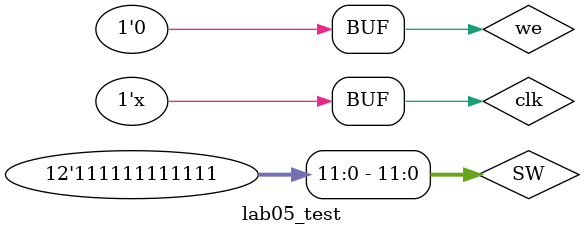
<source format=v>
`timescale 1ns / 1ps


module lab05_test(

    );
    
    reg clk;
    reg we;
    //input [3:0] inaddr,     //SW[7:4]
    //input [3:0] outaddr,    //SW[11:8]
    //input [3:0] din,        //SW[3:0]
    reg [15:0] SW;
    wire [7:0] AN;
    wire [6:0] HEX;
    wire [3:0] LED;
    
    lab05 t1(
        .clk(clk),
        .SW(SW),
        .AN(AN),
        .HEX(HEX),
        .LED(LED));
    
    initial
    begin
    //¶ÁÊý¾ÝÑéÖ¤´æ´¢Æ÷³õÊ¼»¯
    clk = 0; we = 0; SW[3:0] = 8'b00000000;
        SW[7:4] = 4'b0000; SW[11:8] = 4'b0000; #5;  
        SW[7:4] = 4'b0001; SW[11:8] = 4'b0001; #5;  
        SW[7:4] = 4'b0010; SW[11:8] = 4'b0010; #5;  
        SW[7:4] = 4'b0011; SW[11:8] = 4'b0011; #5;  
        SW[7:4] = 4'b0100; SW[11:8] = 4'b0100; #5;  
        SW[7:4] = 4'b0101; SW[11:8] = 4'b0101; #5;  
        SW[7:4] = 4'b0110; SW[11:8] = 4'b0110; #5;  
        SW[7:4] = 4'b0111; SW[11:8] = 4'b0111; #5;  
        SW[7:4] = 4'b1000; SW[11:8] = 4'b1000; #5;  
        SW[7:4] = 4'b1001; SW[11:8] = 4'b1001; #5;  
        SW[7:4] = 4'b1010; SW[11:8] = 4'b1010; #5;  
        SW[7:4] = 4'b1011; SW[11:8] = 4'b1011; #5;  
        SW[7:4] = 4'b1100; SW[11:8] = 4'b1100; #5;  
        SW[7:4] = 4'b1101; SW[11:8] = 4'b1101; #5;  
        SW[7:4] = 4'b1110; SW[11:8] = 4'b1110; #5;  
        SW[7:4] = 4'b1111; SW[11:8] = 4'b1111; #5;
    //ÐÞ¸Ä´æ´¢Æ÷ÀïÃæµÄÄÚÈÝ
    we = 1; SW[3:0] = 8'b11111111; #5;
        SW[7:4] = 4'b0000; SW[11:8] = 4'b0000; #5;  
        SW[7:4] = 4'b0001; SW[11:8] = 4'b0001; #5;  
        SW[7:4] = 4'b0010; SW[11:8] = 4'b0010; #5;  
        SW[7:4] = 4'b0011; SW[11:8] = 4'b0011; #5;  
        SW[7:4] = 4'b0100; SW[11:8] = 4'b0100; #5;  
        SW[7:4] = 4'b0101; SW[11:8] = 4'b0101; #5;  
        SW[7:4] = 4'b0110; SW[11:8] = 4'b0110; #5;  
        SW[7:4] = 4'b0111; SW[11:8] = 4'b0111; #5;  
        SW[7:4] = 4'b1000; SW[11:8] = 4'b1000; #5;  
        SW[7:4] = 4'b1001; SW[11:8] = 4'b1001; #5;  
        SW[7:4] = 4'b1010; SW[11:8] = 4'b1010; #5;  
        SW[7:4] = 4'b1011; SW[11:8] = 4'b1011; #5;  
        SW[7:4] = 4'b1100; SW[11:8] = 4'b1100; #5;  
        SW[7:4] = 4'b1101; SW[11:8] = 4'b1101; #5;  
        SW[7:4] = 4'b1110; SW[11:8] = 4'b1110; #5;  
        SW[7:4] = 4'b1111; SW[11:8] = 4'b1111; #5;
    //ÔÙ¶Á´æ´¢Æ÷ÐÞ¸ÄºóµÄÄÚÈÝ
    we = 0; #5;
        SW[7:4] = 4'b0000; SW[11:8] = 4'b0000; #5;  
        SW[7:4] = 4'b0001; SW[11:8] = 4'b0001; #5;  
        SW[7:4] = 4'b0010; SW[11:8] = 4'b0010; #5;  
        SW[7:4] = 4'b0011; SW[11:8] = 4'b0011; #5;  
        SW[7:4] = 4'b0100; SW[11:8] = 4'b0100; #5;  
        SW[7:4] = 4'b0101; SW[11:8] = 4'b0101; #5;  
        SW[7:4] = 4'b0110; SW[11:8] = 4'b0110; #5;  
        SW[7:4] = 4'b0111; SW[11:8] = 4'b0111; #5;  
        SW[7:4] = 4'b1000; SW[11:8] = 4'b1000; #5;  
        SW[7:4] = 4'b1001; SW[11:8] = 4'b1001; #5;  
        SW[7:4] = 4'b1010; SW[11:8] = 4'b1010; #5;  
        SW[7:4] = 4'b1011; SW[11:8] = 4'b1011; #5;  
        SW[7:4] = 4'b1100; SW[11:8] = 4'b1100; #5;  
        SW[7:4] = 4'b1101; SW[11:8] = 4'b1101; #5;  
        SW[7:4] = 4'b1110; SW[11:8] = 4'b1110; #5;  
        SW[7:4] = 4'b1111; SW[11:8] = 4'b1111; #5;             
    $display("Running testbench");    
    end
    
    always
	begin
	   clk = ~clk; #1;
	end
	    
endmodule

</source>
